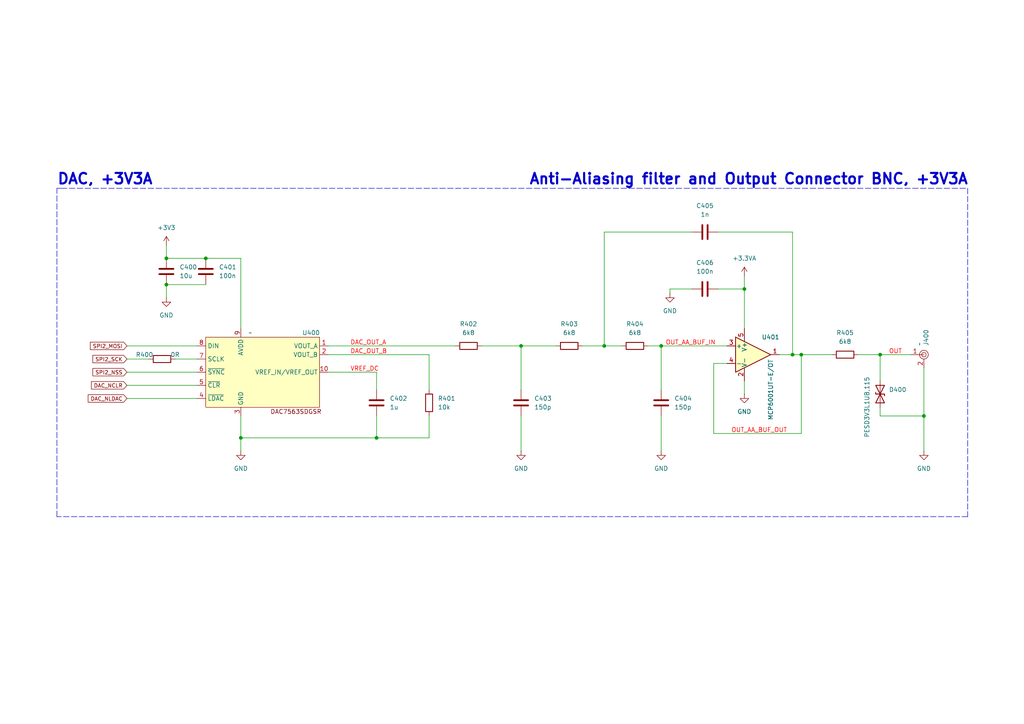
<source format=kicad_sch>
(kicad_sch (version 20231120) (generator "eeschema") (generator_version "8.0")
  (paper "A4")
  (title_block (title "DAC Schematic") (date "2024-08-06") (company "Head-Pin (TS)"))
  (lib_symbols
    (symbol "Adacus_lib:DOSIN-801-0031"
      (property "Reference" "J" (at 4.572 1.524 0))
      (symbol "DOSIN-801-0031_0_1"
        (polyline (pts (xy 1.27 0) (xy 2.54 0)))
        (circle (center 2.54 0) (radius 0.635))
        (circle (center 2.54 0) (radius 1.27))
      )
      (symbol "DOSIN-801-0031_1_1"
        (pin passive line (at -1.27 0 0) (length 2.54) (name "") (number "1"))
        (pin passive line (at 2.54 -3.81 90) (length 2.54) (name "") (number "2"))
      )
    )
    (symbol "Amplifier_Operational:MCP6001-OT" (pin_names (offset 0.127))
      (property "Reference" "U" (at -1.27 6.35 0))
      (property "Value" "MCP6001-OT" (at -1.27 3.81 0))
      (symbol "MCP6001-OT_0_1"
        (polyline (pts (xy -5.08 5.08) (xy 5.08 0) (xy -5.08 -5.08) (xy -5.08 5.08)) (stroke (width 0.254)) (fill (type background)))
        (pin power_in line (at -2.54 -7.62 90) (length 3.81) (name "V-") (number "2"))
        (pin power_in line (at -2.54 7.62 270) (length 3.81) (name "V+") (number "5"))
      )
      (symbol "MCP6001-OT_1_1"
        (pin output line (at 7.62 0 180) (length 2.54) (name "~") (number "1"))
        (pin input line (at -7.62 2.54 0) (length 2.54) (name "+") (number "3"))
        (pin input line (at -7.62 -2.54 0) (length 2.54) (name "-") (number "4"))
      )
    )
    (symbol "DAC7563SDGSR_1"
      (property "Reference" "U" (at 27.178 9.652 0))
      (symbol "DAC7563SDGSR_1_1_1"
        (rectangle (start -5.08 8.89) (end 27.94 -11.43) (fill (type background)))
        (text "DAC7563SDGSR" (at 21.082 -12.7 0) (effects (font (size 1.27 1.27))))
        (pin output line (at 30.48 6.35 180) (length 2.54) (name "VOUT_A") (number "1"))
        (pin bidirectional line (at 30.48 -1.27 180) (length 2.54) (name "VREF_IN/VREF_OUT") (number "10"))
        (pin output line (at 30.48 3.81 180) (length 2.54) (name "VOUT_B") (number "2"))
        (pin passive line (at 5.08 -13.97 90) (length 2.54) (name "GND") (number "3"))
        (pin input line (at -7.62 -8.89 0) (length 2.54) (name "~{LDAC}") (number "4"))
        (pin input line (at -7.62 -5.08 0) (length 2.54) (name "~{CLR}") (number "5"))
        (pin input line (at -7.62 -1.27 0) (length 2.54) (name "~{SYNC}") (number "6"))
        (pin input line (at -7.62 2.54 0) (length 2.54) (name "SCLK") (number "7"))
        (pin input line (at -7.62 6.35 0) (length 2.54) (name "DIN") (number "8"))
        (pin passive line (at 5.08 11.43 270) (length 2.54) (name "AVDD") (number "9"))
      )
    )
    (symbol "Device:C" (pin_numbers hide) (pin_names (offset 0.254))
      (property "Reference" "C" (at 0.635 2.54 0))
      (property "Value" "C" (at 0.635 -2.54 0))
      (symbol "C_0_1"
        (polyline (pts (xy -2.032 -0.762) (xy 2.032 -0.762)) (stroke (width 0.508)))
        (polyline (pts (xy -2.032 0.762) (xy 2.032 0.762)) (stroke (width 0.508)))
      )
      (symbol "C_1_1"
        (pin passive line (at 0 3.81 270) (length 2.794) (name "~") (number "1"))
        (pin passive line (at 0 -3.81 90) (length 2.794) (name "~") (number "2"))
      )
    )
    (symbol "Device:D_TVS" (pin_numbers hide) (pin_names (offset 1.016) hide)
      (property "Reference" "D" (at 0 2.54 0))
      (property "Value" "D_TVS" (at 0 -2.54 0))
      (symbol "D_TVS_0_1"
        (polyline (pts (xy 1.27 0) (xy -1.27 0)))
        (polyline (pts (xy 0.508 1.27) (xy 0 1.27) (xy 0 -1.27) (xy -0.508 -1.27)) (stroke (width 0.254)))
        (polyline (pts (xy -2.54 1.27) (xy -2.54 -1.27) (xy 2.54 1.27) (xy 2.54 -1.27) (xy -2.54 1.27)) (stroke (width 0.254)))
      )
      (symbol "D_TVS_1_1"
        (pin passive line (at -3.81 0 0) (length 2.54) (name "A1") (number "1"))
        (pin passive line (at 3.81 0 180) (length 2.54) (name "A2") (number "2"))
      )
    )
    (symbol "Device:R" (pin_numbers hide) (pin_names (offset 0))
      (property "Reference" "R" (at 2.032 0 90))
      (property "Value" "R" (at 0 0 90))
      (symbol "R_0_1"
        (rectangle (start -1.016 -2.54) (end 1.016 2.54) (stroke (width 0.254)))
      )
      (symbol "R_1_1"
        (pin passive line (at 0 3.81 270) (length 1.27) (name "~") (number "1"))
        (pin passive line (at 0 -3.81 90) (length 1.27) (name "~") (number "2"))
      )
    )
    (symbol "power:+3.3VA" (power) (pin_numbers hide) (pin_names (offset 0) hide)
      (property "Value" "+3.3VA" (at 0 3.556 0))
      (symbol "+3.3VA_0_1"
        (polyline (pts (xy -0.762 1.27) (xy 0 2.54)))
        (polyline (pts (xy 0 0) (xy 0 2.54)))
        (polyline (pts (xy 0 2.54) (xy 0.762 1.27)))
      )
      (symbol "+3.3VA_1_1"
        (pin power_in line (at 0 0 90) (length 0) (name "~") (number "1"))
      )
    )
    (symbol "power:+3V3" (power) (pin_numbers hide) (pin_names (offset 0) hide)
      (property "Value" "+3V3" (at 0 3.556 0))
      (symbol "+3V3_0_1"
        (polyline (pts (xy -0.762 1.27) (xy 0 2.54)))
        (polyline (pts (xy 0 0) (xy 0 2.54)))
        (polyline (pts (xy 0 2.54) (xy 0.762 1.27)))
      )
      (symbol "+3V3_1_1"
        (pin power_in line (at 0 0 90) (length 0) (name "~") (number "1"))
      )
    )
    (symbol "power:GND" (power) (pin_numbers hide) (pin_names (offset 0) hide)
      (property "Value" "GND" (at 0 -3.81 0))
      (symbol "GND_0_1"
        (polyline (pts (xy 0 0) (xy 0 -1.27) (xy 1.27 -1.27) (xy 0 -2.54) (xy -1.27 -1.27) (xy 0 -1.27)))
      )
      (symbol "GND_1_1"
        (pin power_in line (at 0 0 270) (length 0) (name "~") (number "1"))
      )
    )
  )
  (junction (at 215.9 83.82))
  (junction (at 229.87 102.87))
  (junction (at 267.97 120.65))
  (junction (at 255.27 102.87))
  (junction (at 59.69 74.93))
  (junction (at 69.85 127))
  (junction (at 48.26 82.55))
  (junction (at 175.26 100.33))
  (junction (at 191.77 100.33))
  (junction (at 232.41 102.87))
  (junction (at 48.26 74.93))
  (junction (at 151.13 100.33))
  (junction (at 109.22 127))
  (wire (pts (xy 109.22 107.95) (xy 109.22 113.03)))
  (polyline (pts (xy 16.51 54.61) (xy 17.78 54.61)))
  (polyline (pts (xy 16.51 149.86) (xy 16.51 54.61)) (stroke (width 0) (type dash)))
  (wire (pts (xy 215.9 110.49) (xy 215.9 114.3)))
  (wire (pts (xy 255.27 120.65) (xy 267.97 120.65)))
  (wire (pts (xy 36.83 111.76) (xy 57.15 111.76)))
  (wire (pts (xy 191.77 100.33) (xy 191.77 113.03)))
  (polyline (pts (xy 280.67 54.61) (xy 280.67 149.86)) (stroke (width 0) (type dash)))
  (wire (pts (xy 151.13 100.33) (xy 161.29 100.33)))
  (wire (pts (xy 139.7 100.33) (xy 151.13 100.33)))
  (wire (pts (xy 215.9 95.25) (xy 215.9 83.82)))
  (wire (pts (xy 109.22 120.65) (xy 109.22 127)))
  (wire (pts (xy 175.26 67.31) (xy 175.26 100.33)))
  (wire (pts (xy 208.28 83.82) (xy 215.9 83.82)))
  (wire (pts (xy 191.77 100.33) (xy 210.82 100.33)))
  (wire (pts (xy 207.01 105.41) (xy 207.01 125.73)))
  (polyline (pts (xy 280.67 149.86) (xy 16.51 149.86)) (stroke (width 0) (type dash)))
  (wire (pts (xy 248.92 102.87) (xy 255.27 102.87)))
  (wire (pts (xy 191.77 120.65) (xy 191.77 130.81)))
  (wire (pts (xy 168.91 100.33) (xy 175.26 100.33)))
  (wire (pts (xy 124.46 113.03) (xy 124.46 102.87)))
  (wire (pts (xy 124.46 120.65) (xy 124.46 127)))
  (wire (pts (xy 109.22 127) (xy 124.46 127)))
  (wire (pts (xy 207.01 125.73) (xy 232.41 125.73)))
  (wire (pts (xy 255.27 110.49) (xy 255.27 102.87)))
  (wire (pts (xy 255.27 102.87) (xy 264.16 102.87)))
  (wire (pts (xy 267.97 120.65) (xy 267.97 130.81)))
  (wire (pts (xy 232.41 125.73) (xy 232.41 102.87)))
  (wire (pts (xy 229.87 67.31) (xy 229.87 102.87)))
  (wire (pts (xy 36.83 115.57) (xy 57.15 115.57)))
  (wire (pts (xy 255.27 118.11) (xy 255.27 120.65)))
  (wire (pts (xy 36.83 104.14) (xy 43.18 104.14)))
  (wire (pts (xy 109.22 127) (xy 69.85 127)))
  (wire (pts (xy 50.8 104.14) (xy 57.15 104.14)))
  (wire (pts (xy 36.83 107.95) (xy 57.15 107.95)))
  (wire (pts (xy 95.25 107.95) (xy 109.22 107.95)))
  (wire (pts (xy 200.66 67.31) (xy 175.26 67.31)))
  (wire (pts (xy 151.13 120.65) (xy 151.13 130.81)))
  (wire (pts (xy 226.06 102.87) (xy 229.87 102.87)))
  (wire (pts (xy 210.82 105.41) (xy 207.01 105.41)))
  (polyline (pts (xy 17.78 54.61) (xy 280.67 54.61)) (stroke (width 0) (type dash)))
  (wire (pts (xy 194.31 83.82) (xy 194.31 85.09)))
  (wire (pts (xy 175.26 100.33) (xy 180.34 100.33)))
  (wire (pts (xy 232.41 102.87) (xy 241.3 102.87)))
  (wire (pts (xy 69.85 95.25) (xy 69.85 74.93)))
  (wire (pts (xy 48.26 82.55) (xy 48.26 86.36)))
  (wire (pts (xy 95.25 100.33) (xy 132.08 100.33)))
  (wire (pts (xy 69.85 120.65) (xy 69.85 127)))
  (wire (pts (xy 215.9 80.01) (xy 215.9 83.82)))
  (wire (pts (xy 200.66 83.82) (xy 194.31 83.82)))
  (wire (pts (xy 208.28 67.31) (xy 229.87 67.31)))
  (wire (pts (xy 229.87 102.87) (xy 232.41 102.87)))
  (wire (pts (xy 48.26 71.12) (xy 48.26 74.93)))
  (wire (pts (xy 48.26 74.93) (xy 59.69 74.93)))
  (wire (pts (xy 36.83 100.33) (xy 57.15 100.33)))
  (wire (pts (xy 267.97 106.68) (xy 267.97 120.65)))
  (wire (pts (xy 48.26 82.55) (xy 59.69 82.55)))
  (wire (pts (xy 59.69 74.93) (xy 69.85 74.93)))
  (wire (pts (xy 151.13 100.33) (xy 151.13 113.03)))
  (wire (pts (xy 95.25 102.87) (xy 124.46 102.87)))
  (wire (pts (xy 69.85 127) (xy 69.85 130.81)))
  (wire (pts (xy 187.96 100.33) (xy 191.77 100.33)))
  (text "Anti-Aliasing filter and Output Connector BNC, +3V3A" (at 217.17 52.07 0) (effects (font (size 3.048 3.048) (thickness 0.6096) (bold yes))))
  (text "DAC, +3V3A\n" (at 30.48 52.07 0) (effects (font (size 3.048 3.048) (thickness 0.6096) (bold yes))))
  (label "OUT" (at 257.81 102.87 0))
  (label "OUT_AA_BUF_OUT" (at 212.09 125.73 0))
  (label "DAC_OUT_A" (at 101.6 100.33 0))
  (label "DAC_OUT_B" (at 101.6 102.87 0))
  (label "OUT_AA_BUF_IN" (at 193.04 100.33 0))
  (label "VREF_DC" (at 101.6 107.95 0))
  (global_label "SPI2_NSS" (shape input) (at 36.83 107.95 180) (effects (font (size 1.1 1.1))) (property "Intersheetrefs" "${INTERSHEET_REFS}" (effects (hide yes))))
  (global_label "SPI2_SCK" (shape input) (at 36.83 104.14 180) (effects (font (size 1.1 1.1))) (property "Intersheetrefs" "${INTERSHEET_REFS}" (effects (hide yes))))
  (global_label "SPI2_MOSI" (shape input) (at 36.83 100.33 180) (effects (font (size 1.1 1.1))) (property "Intersheetrefs" "${INTERSHEET_REFS}" (effects (hide yes))))
  (global_label "DAC_NLDAC" (shape input) (at 36.83 115.57 180) (effects (font (size 1.1 1.1))) (property "Intersheetrefs" "${INTERSHEET_REFS}" (effects (hide yes))))
  (global_label "DAC_NCLR" (shape input) (at 36.83 111.76 180) (effects (font (size 1.1 1.1))) (property "Intersheetrefs" "${INTERSHEET_REFS}" (effects (hide yes))))
  (symbol (lib_id "Device:R") (at 165.1 100.33 90) (unit 1)
    (property "Reference" "R403" (at 165.1 93.98 90))
    (property "Value" "6k8" (at 165.1 96.52 90))
    (property "Footprint" "Resistor_SMD:R_0402_1005Metric" (effects (hide yes)))
    (property "Description" "Resistor" (effects (hide yes)))
  )
  (symbol (lib_id "Amplifier_Operational:MCP6001-OT") (at 218.44 102.87 0) (unit 1)
    (property "Reference" "U401" (at 223.52 97.79 0))
    (property "Value" "MCP6001UT-E/OT" (at 223.52 113.03 90))
    (property "Footprint" "Package_TO_SOT_SMD:SOT-23-5" (effects (hide yes)))
    (property "Datasheet" "https://ww1.microchip.com/downloads/en/DeviceDoc/MCP6001-1R-1U-2-4-1-MHz-Low-Power-Op-Amp-DS20001733L.pdf" (effects (hide yes)))
    (property "Description" "1MHz, Low-Power Op Amp, SOT-23-5" (effects (hide yes)))
  )
  (symbol (lib_id "power:GND") (at 48.26 86.36 0) (unit 1)
    (property "Reference" "#PWR043" (effects (hide yes)))
    (property "Value" "GND" (at 48.26 91.44 0))
    (property "Description" "Power symbol creates a global label with name \"GND\" , ground" (effects (hide yes)))
  )
  (symbol (lib_id "Device:R") (at 124.46 116.84 0) (unit 1)
    (property "Reference" "R401" (at 127 115.5699 0) (effects (justify left)))
    (property "Value" "10k" (at 127 118.1099 0) (effects (justify left)))
    (property "Footprint" "Resistor_SMD:R_0402_1005Metric" (effects (hide yes)))
    (property "Description" "Resistor" (effects (hide yes)))
  )
  (symbol (lib_id "power:GND") (at 215.9 114.3 0) (unit 1)
    (property "Reference" "#PWR047" (effects (hide yes)))
    (property "Value" "GND" (at 215.9 119.38 0))
    (property "Description" "Power symbol creates a global label with name \"GND\" , ground" (effects (hide yes)))
  )
  (symbol (lib_id "power:+3.3VA") (at 215.9 80.01 0) (unit 1)
    (property "Reference" "#PWR049" (effects (hide yes)))
    (property "Value" "+3.3VA" (at 215.9 74.93 0))
    (property "Description" "Power symbol creates a global label with name \"+3.3VA\"" (effects (hide yes)))
  )
  (symbol (lib_id "Device:C") (at 204.47 67.31 90) (unit 1)
    (property "Reference" "C405" (at 204.47 59.69 90))
    (property "Value" "1n" (at 204.47 62.23 90))
    (property "Footprint" "Capacitor_SMD:C_0402_1005Metric" (effects (hide yes)))
    (property "Description" "Unpolarized capacitor" (effects (hide yes)))
  )
  (symbol (lib_id "Device:C") (at 59.69 78.74 0) (unit 1)
    (property "Reference" "C401" (at 63.5 77.4699 0) (effects (justify left)))
    (property "Value" "100n" (at 63.5 80.0099 0) (effects (justify left)))
    (property "Footprint" "Capacitor_SMD:C_0402_1005Metric" (effects (hide yes)))
    (property "Description" "Unpolarized capacitor" (effects (hide yes)))
  )
  (symbol (lib_id "Adacus_lib:DOSIN-801-0031") (at 265.43 102.87 0) (unit 1)
    (property "Reference" "J400" (at 268.6051 100.33 90) (effects (justify left)))
    (property "Value" "~" (at 266.7 100.33 90) (effects (justify left)))
    (property "Footprint" "Connector_Coaxial:BNC_Amphenol_B6252HB-NPP3G-50_Horizontal" (effects (hide yes)))
  )
  (symbol (lib_id "power:GND") (at 267.97 130.81 0) (unit 1)
    (property "Reference" "#PWR050" (effects (hide yes)))
    (property "Value" "GND" (at 267.97 135.89 0))
    (property "Description" "Power symbol creates a global label with name \"GND\" , ground" (effects (hide yes)))
  )
  (symbol (lib_id "power:GND") (at 151.13 130.81 0) (unit 1)
    (property "Reference" "#PWR045" (effects (hide yes)))
    (property "Value" "GND" (at 151.13 135.89 0))
    (property "Description" "Power symbol creates a global label with name \"GND\" , ground" (effects (hide yes)))
  )
  (symbol (lib_id "power:GND") (at 194.31 85.09 0) (unit 1)
    (property "Reference" "#PWR048" (effects (hide yes)))
    (property "Value" "GND" (at 194.31 90.17 0))
    (property "Description" "Power symbol creates a global label with name \"GND\" , ground" (effects (hide yes)))
  )
  (symbol (lib_id "Device:C") (at 48.26 78.74 0) (unit 1)
    (property "Reference" "C400" (at 52.07 77.4699 0) (effects (justify left)))
    (property "Value" "10u" (at 52.07 80.0099 0) (effects (justify left)))
    (property "Footprint" "Capacitor_SMD:C_0603_1608Metric" (effects (hide yes)))
    (property "Description" "Unpolarized capacitor" (effects (hide yes)))
  )
  (symbol (lib_id "power:+3V3") (at 48.26 71.12 0) (unit 1)
    (property "Reference" "#PWR042" (effects (hide yes)))
    (property "Value" "+3V3" (at 48.26 66.04 0))
    (property "Description" "Power symbol creates a global label with name \"+3V3\"" (effects (hide yes)))
  )
  (symbol (lib_id "Device:R") (at 46.99 104.14 90) (unit 1)
    (property "Reference" "R400" (at 41.91 102.87 90))
    (property "Value" "0R" (at 50.8 102.87 90))
    (property "Footprint" "Resistor_SMD:R_0402_1005Metric" (effects (hide yes)))
    (property "Description" "Resistor" (effects (hide yes)))
  )
  (symbol (lib_id "Device:R") (at 245.11 102.87 90) (unit 1)
    (property "Reference" "R405" (at 245.11 96.52 90))
    (property "Value" "6k8" (at 245.11 99.06 90))
    (property "Footprint" "Resistor_SMD:R_0402_1005Metric" (effects (hide yes)))
    (property "Description" "Resistor" (effects (hide yes)))
  )
  (symbol (lib_id "Device:C") (at 151.13 116.84 0) (unit 1)
    (property "Reference" "C403" (at 154.94 115.5699 0) (effects (justify left)))
    (property "Value" "150p" (at 154.94 118.1099 0) (effects (justify left)))
    (property "Footprint" "Capacitor_SMD:C_0402_1005Metric" (effects (hide yes)))
    (property "Description" "Unpolarized capacitor" (effects (hide yes)))
  )
  (symbol (lib_id "Device:D_TVS") (at 255.27 114.3 90) (unit 1)
    (property "Reference" "D400" (at 257.81 113.0299 90) (effects (justify right)))
    (property "Value" "PESD3V3L1UB,115" (at 251.46 109.22 0) (effects (justify right)))
    (property "Footprint" "Diode_SMD:D_SOD-523" (effects (hide yes)))
    (property "Datasheet" "ESD Protection Diodes / TVS Diodes PESD3V3L1UB/SOD523/SC-79 " (effects (hide yes)))
    (property "Description" "ESD Protection Diodes / TVS Diodes PESD3V3L1UB/SOD523/SC-79 " (effects (hide yes)))
  )
  (symbol (lib_id "Device:R") (at 135.89 100.33 90) (unit 1)
    (property "Reference" "R402" (at 135.89 93.98 90))
    (property "Value" "6k8" (at 135.89 96.52 90))
    (property "Footprint" "Resistor_SMD:R_0402_1005Metric" (effects (hide yes)))
    (property "Description" "Resistor" (effects (hide yes)))
  )
  (symbol (lib_id "Device:C") (at 204.47 83.82 90) (unit 1)
    (property "Reference" "C406" (at 204.47 76.2 90))
    (property "Value" "100n" (at 204.47 78.74 90))
    (property "Footprint" "Capacitor_SMD:C_0402_1005Metric" (effects (hide yes)))
    (property "Description" "Unpolarized capacitor" (effects (hide yes)))
  )
  (symbol (lib_id "Device:R") (at 184.15 100.33 90) (unit 1)
    (property "Reference" "R404" (at 184.15 93.98 90))
    (property "Value" "6k8" (at 184.15 96.52 90))
    (property "Footprint" "Resistor_SMD:R_0402_1005Metric" (effects (hide yes)))
    (property "Description" "Resistor" (effects (hide yes)))
  )
  (symbol (lib_id "power:GND") (at 69.85 130.81 0) (unit 1)
    (property "Reference" "#PWR044" (effects (hide yes)))
    (property "Value" "GND" (at 69.85 135.89 0))
    (property "Description" "Power symbol creates a global label with name \"GND\" , ground" (effects (hide yes)))
  )
  (symbol (lib_name "DAC7563SDGSR_1") (lib_id "Adacus_lib:DAC7563SDGSR") (at 64.77 106.68 0) (unit 1)
    (property "Reference" "U400" (at 87.63 96.52 0) (effects (justify left)))
    (property "Value" "~" (at 72.0441 96.52 0) (effects (justify left)))
    (property "Footprint" "Package_SO:VSSOP-10_3x3mm_P0.5mm" (effects (hide yes)))
  )
  (symbol (lib_id "Device:C") (at 191.77 116.84 0) (unit 1)
    (property "Reference" "C404" (at 195.58 115.5699 0) (effects (justify left)))
    (property "Value" "150p" (at 195.58 118.1099 0) (effects (justify left)))
    (property "Footprint" "Capacitor_SMD:C_0402_1005Metric" (effects (hide yes)))
    (property "Description" "Unpolarized capacitor" (effects (hide yes)))
  )
  (symbol (lib_id "Device:C") (at 109.22 116.84 0) (unit 1)
    (property "Reference" "C402" (at 113.03 115.5699 0) (effects (justify left)))
    (property "Value" "1u" (at 113.03 118.1099 0) (effects (justify left)))
    (property "Footprint" "Capacitor_SMD:C_0603_1608Metric" (effects (hide yes)))
    (property "Description" "Unpolarized capacitor" (effects (hide yes)))
  )
  (symbol (lib_id "power:GND") (at 191.77 130.81 0) (unit 1)
    (property "Reference" "#PWR046" (effects (hide yes)))
    (property "Value" "GND" (at 191.77 135.89 0))
    (property "Description" "Power symbol creates a global label with name \"GND\" , ground" (effects (hide yes)))
  )
)
</source>
